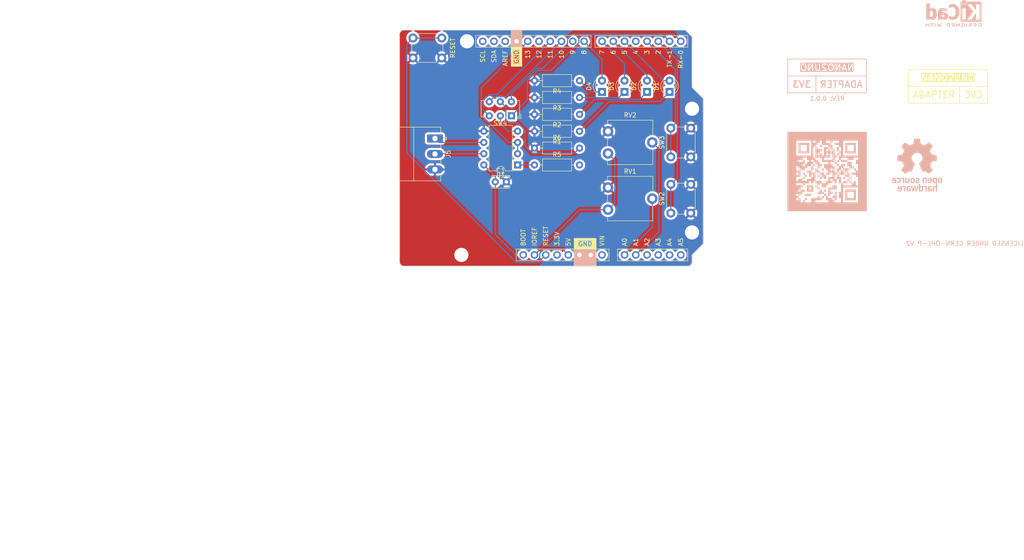
<source format=kicad_pcb>
(kicad_pcb (version 20221018) (generator pcbnew)
  (title_block (title "Nano2UNO Adapter 3V3") (date "2023-12-05") (rev "0.0.1") (company "Designer: C. M. Bulliner") (comment 2 "OF MERCHANTABILITY, SATISFACTORY QUALITY AND FITNESS FOR A PARTICULAR PURPOSE.") (comment 3 "This document is distributed WITHOUT ANY EXPRESS OR IMPLIED WARRANTY, INCLUDING") (comment 4 "© 2023 C. M. Bulliner. Released under the CERN-OHL-P v2 license."))
  (layers (0 "F.Cu" signal) (31 "B.Cu" signal) (34 "B.Paste" user) (35 "F.Paste" user) (36 "B.SilkS" user "B.Silkscreen") (37 "F.SilkS" user "F.Silkscreen") (38 "B.Mask" user) (39 "F.Mask" user) (44 "Edge.Cuts" user))
  (net 0 "")
  (net 1 "GND")
  (net 2 "/*5")
  (net 3 "+5V")
  (net 4 "Net-(D2-K)")
  (net 5 "/A0")
  (net 6 "/A1")
  (net 7 "/*6")
  (net 8 "Net-(D3-K)")
  (net 9 "/7")
  (net 10 "Net-(D4-K)")
  (net 11 "/8")
  (net 13 "/*3")
  (net 14 "/2")
  (net 15 "/TX{slash}1")
  (net 16 "/RX{slash}0")
  (net 20 "/13")
  (net 22 "/*11")
  (net 23 "Net-(D1-K)")
  (net 24 "/*10")
  (net 28 "/IOREF")
  (net 34 "Net-(J5-Pin_1)")
  (net 35 "Net-(J5-Pin_2)")
  (net 36 "Net-(J3-RESET)")
  (net 37 "Net-(SW4A-B)")
  (net 38 "Net-(SW4B-B)")
  (net 39 "Net-(U1-RO)")
  (footprint "Project_Footprints:PinSocket_1x08_P2.54mm_Vertical_UNO_Power" (layer "F.Cu") (at 133.35 132.08 90)
    (fp_text reference "J3" hide)
    (fp_text value "Conn_01x08_UNO_Power" hide)
    (fp_text user "VIN" (at 1.905 17.78 90 unlocked) (layer "F.SilkS") (effects (justify left)))
    (fp_text user "GND" (at 1.905 13.97 unlocked) (layer "F.SilkS" knockout) (effects (justify bottom)))
    (fp_text user "IOREF" (at 1.905 2.54 90 unlocked) (layer "F.SilkS") (effects (justify left)))
    (fp_text user "RESET" (at 1.905 5.08 90 unlocked) (layer "F.SilkS") (effects (justify left)))
    (fp_text user "3.3V" (at 1.905 7.62 90 unlocked) (layer "F.SilkS") (effects (justify left)))
    (fp_text user "BOOT" (at 1.905 0 90 unlocked) (layer "F.SilkS") (effects (justify left)))
    (fp_text user "5V" (at 1.905 10.16 90 unlocked) (layer "F.SilkS") (effects (justify left)))
    (pad "1" thru_hole circle locked (at 0 0 90) (size 1.7 1.7) (drill 1) (layers "*.Cu" "*.Mask"))
    (pad "2" thru_hole circle locked (at 0 2.54 90) (size 1.7 1.7) (drill 1) (layers "*.Cu" "*.Mask") (net 28 "/IOREF"))
    (pad "3" thru_hole circle locked (at 0 5.08 90) (size 1.7 1.7) (drill 1) (layers "*.Cu" "*.Mask") (net 36 "Net-(J3-RESET)"))
    (pad "4" thru_hole circle locked (at 0 7.62 90) (size 1.7 1.7) (drill 1) (layers "*.Cu" "*.Mask"))
    (pad "5" thru_hole circle locked (at 0 10.16 90) (size 1.7 1.7) (drill 1) (layers "*.Cu" "*.Mask") (net 3 "+5V"))
    (pad "6" thru_hole circle locked (at 0 12.7 90) (size 1.7 1.7) (drill 1) (layers "*.Cu" "*.Mask") (net 1 "GND"))
    (pad "7" thru_hole circle locked (at 0 15.24 90) (size 1.7 1.7) (drill 1) (layers "*.Cu" "*.Mask") (net 1 "GND"))
    (pad "8" thru_hole circle locked (at 0 17.78 90) (size 1.7 1.7) (drill 1) (layers "*.Cu" "*.Mask"))
  )
  (footprint "Project_Footprints:PinSocket_1x06_P2.54mm_Vertical_UNO_Analog" (layer "F.Cu") (at 156.21 132.08 90)
    (fp_text reference "J4" hide)
    (fp_text value "Conn_01x06_UNO_Analog" hide)
    (fp_text user "A2" (at 1.905 5.08 90 unlocked) (layer "F.SilkS") (effects (justify left)))
    (fp_text user "A3" (at 1.905 7.62 90 unlocked) (layer "F.SilkS") (effects (justify left)))
    (fp_text user "A5" (at 1.905 12.7 90 unlocked) (layer "F.SilkS") (effects (justify left)))
    (fp_text user "A0" (at 1.905 0 90 unlocked) (layer "F.SilkS") (effects (justify left)))
    (fp_text user "A1" (at 1.905 2.54 90 unlocked) (layer "F.SilkS") (effects (justify left)))
    (fp_text user "A4" (at 1.905 10.16 90 unlocked) (layer "F.SilkS") (effects (justify left)))
    (pad "1" thru_hole circle locked (at 0 0 90) (size 1.7 1.7) (drill 1) (layers "*.Cu" "*.Mask") (net 5 "/A0"))
    (pad "2" thru_hole circle locked (at 0 2.54 90) (size 1.7 1.7) (drill 1) (layers "*.Cu" "*.Mask") (net 6 "/A1"))
    (pad "3" thru_hole circle locked (at 0 5.08 90) (size 1.7 1.7) (drill 1) (layers "*.Cu" "*.Mask"))
    (pad "4" thru_hole circle locked (at 0 7.62 90) (size 1.7 1.7) (drill 1) (layers "*.Cu" "*.Mask"))
    (pad "5" thru_hole circle locked (at 0 10.16 90) (size 1.7 1.7) (drill 1) (layers "*.Cu" "*.Mask"))
    (pad "6" thru_hole circle locked (at 0 12.7 90) (size 1.7 1.7) (drill 1) (layers "*.Cu" "*.Mask"))
  )
  (footprint "Project_Footprints:PinSocket_1x10_P2.54mm_Vertical_UNO_Digital_2" (layer "F.Cu") (at 147.066 83.82 -90)
    (fp_text reference "J2" hide)
    (fp_text value "Conn_01x10_UNO_Digital_2" hide)
    (fp_text user "SCL" (at 1.905 22.86 90 unlocked) (layer "F.SilkS") (effects (justify right)))
    (fp_text user "12" (at 1.905 10.16 90 unlocked) (layer "F.SilkS") (effects (justify right)))
    (fp_text user "10" (at 1.905 5.08 90 unlocked) (layer "F.SilkS") (effects (justify right)))
    (fp_text user "11" (at 1.905 7.62 90 unlocked) (layer "F.SilkS") (effects (justify right)))
    (fp_text user "8" (at 1.905 0 90 unlocked) (layer "F.SilkS") (effects (justify right)))
    (fp_text user "SDA" (at 1.905 20.32 90 unlocked) (layer "F.SilkS") (effects (justify right)))
    (fp_text user "13" (at 1.905 12.7 90 unlocked) (layer "F.SilkS") (effects (justify right)))
    (fp_text user "AREF" (at 1.905 17.78 90 unlocked) (layer "F.SilkS") (effects (justify right)))
    (fp_text user "9" (at 1.905 2.54 90 unlocked) (layer "F.SilkS") (effects (justify right)))
    (fp_text user "GND" (at 1.905 15.24 90 unlocked) (layer "F.SilkS" knockout) (effects (justify right)))
    (pad "1" thru_hole circle locked (at 0 0 270) (size 1.7 1.7) (drill 1) (layers "*.Cu" "*.Mask") (net 11 "/8"))
    (pad "2" thru_hole circle locked (at 0 2.54 270) (size 1.7 1.7) (drill 1) (layers "*.Cu" "*.Mask"))
    (pad "3" thru_hole circle locked (at 0 5.08 270) (size 1.7 1.7) (drill 1) (layers "*.Cu" "*.Mask") (net 24 "/*10"))
    (pad "4" thru_hole circle locked (at 0 7.62 270) (size 1.7 1.7) (drill 1) (layers "*.Cu" "*.Mask") (net 22 "/*11"))
    (pad "5" thru_hole circle locked (at 0 10.16 270) (size 1.7 1.7) (drill 1) (layers "*.Cu" "*.Mask"))
    (pad "6" thru_hole circle locked (at 0 12.7 270) (size 1.7 1.7) (drill 1) (layers "*.Cu" "*.Mask") (net 20 "/13"))
    (pad "7" thru_hole circle locked (at 0 15.24 270) (size 1.7 1.7) (drill 1) (layers "*.Cu" "*.Mask") (net 1 "GND"))
    (pad "8" thru_hole circle locked (at 0 17.78 270) (size 1.7 1.7) (drill 1) (layers "*.Cu" "*.Mask"))
    (pad "9" thru_hole circle locked (at 0 20.32 270) (size 1.7 1.7) (drill 1) (layers "*.Cu" "*.Mask"))
    (pad "10" thru_hole circle locked (at 0 22.86 270) (size 1.7 1.7) (drill 1) (layers "*.Cu" "*.Mask"))
  )
  (footprint "Project_Footprints:PinSocket_1x08_P2.54mm_Vertical_UNO_Digital_1" (layer "F.Cu") (at 168.91 83.82 -90)
    (fp_text reference "J1" hide)
    (fp_text value "Conn_01x08_UNO_Digital_1" hide)
    (fp_text user "7" (at 1.905 17.78 90 unlocked) (layer "F.SilkS") (effects (justify right)))
    (fp_text user "TX→1" (at 1.905 2.54 90 unlocked) (layer "F.SilkS") (effects (justify right)))
    (fp_text user "4" (at 1.905 10.16 90 unlocked) (layer "F.SilkS") (effects (justify right)))
    (fp_text user "2" (at 1.905 5.08 90 unlocked) (layer "F.SilkS") (effects (justify right)))
    (fp_text user "3" (at 1.905 7.62 90 unlocked) (layer "F.SilkS") (effects (justify right)))
    (fp_text user "5" (at 1.905 12.7 90 unlocked) (layer "F.SilkS") (effects (justify right)))
    (fp_text user "RX←0" (at 1.905 0 90 unlocked) (layer "F.SilkS") (effects (justify right)))
    (fp_text user "6" (at 1.905 15.24 90 unlocked) (layer "F.SilkS") (effects (justify right)))
    (pad "1" thru_hole circle locked (at 0 0 270) (size 1.7 1.7) (drill 1) (layers "*.Cu" "*.Mask") (net 16 "/RX{slash}0"))
    (pad "2" thru_hole circle locked (at 0 2.54 270) (size 1.7 1.7) (drill 1) (layers "*.Cu" "*.Mask") (net 15 "/TX{slash}1"))
    (pad "3" thru_hole circle locked (at 0 5.08 270) (size 1.7 1.7) (drill 1) (layers "*.Cu" "*.Mask") (net 14 "/2"))
    (pad "4" thru_hole circle locked (at 0 7.62 270) (size 1.7 1.7) (drill 1) (layers "*.Cu" "*.Mask") (net 13 "/*3"))
    (pad "5" thru_hole circle locked (at 0 10.16 270) (size 1.7 1.7) (drill 1) (layers "*.Cu" "*.Mask"))
    (pad "6" thru_hole circle locked (at 0 12.7 270) (size 1.7 1.7) (drill 1) (layers "*.Cu" "*.Mask") (net 2 "/*5"))
    (pad "7" thru_hole circle locked (at 0 15.24 270) (size 1.7 1.7) (drill 1) (layers "*.Cu" "*.Mask") (net 7 "/*6"))
    (pad "8" thru_hole circle locked (at 0 17.78 270) (size 1.7 1.7) (drill 1) (layers "*.Cu" "*.Mask") (net 9 "/7"))
  )
  (footprint "Button_Switch_THT:SW_PUSH_6mm" (layer "F.Cu") (at 166.66 122.63 90)
    (fp_text reference "SW2" (at 3.25 -2 90) (layer "F.SilkS"))
    (fp_text value "SW_Push")
    (pad "1" thru_hole circle (at 0 0 180) (size 2 2) (drill 1.1) (layers "*.Cu" "*.Mask") (net 14 "/2"))
    (pad "1" thru_hole circle (at 6.5 0 180) (size 2 2) (drill 1.1) (layers "*.Cu" "*.Mask") (net 14 "/2"))
    (pad "2" thru_hole circle (at 0 4.5 180) (size 2 2) (drill 1.1) (layers "*.Cu" "*.Mask") (net 1 "GND"))
    (pad "2" thru_hole circle (at 6.5 4.5 180) (size 2 2) (drill 1.1) (layers "*.Cu" "*.Mask") (net 1 "GND"))
  )
  (footprint "Button_Switch_THT:SW_PUSH_6mm" (layer "F.Cu") (at 166.66 109.93 90)
    (fp_text reference "SW3" (at 3.25 -2 90) (layer "F.SilkS"))
    (fp_text value "SW_Push")
    (pad "1" thru_hole circle (at 0 0 180) (size 2 2) (drill 1.1) (layers "*.Cu" "*.Mask") (net 13 "/*3"))
    (pad "1" thru_hole circle (at 6.5 0 180) (size 2 2) (drill 1.1) (layers "*.Cu" "*.Mask") (net 13 "/*3"))
    (pad "2" thru_hole circle (at 0 4.5 180) (size 2 2) (drill 1.1) (layers "*.Cu" "*.Mask") (net 1 "GND"))
    (pad "2" thru_hole circle (at 6.5 4.5 180) (size 2 2) (drill 1.1) (layers "*.Cu" "*.Mask") (net 1 "GND"))
  )
  (footprint "Capacitor_THT:C_Disc_D3.8mm_W2.6mm_P2.50mm" (layer "F.Cu") (at 127.04 115.57)
    (fp_text reference "C1" (at 1.25 -2.55) (layer "F.SilkS"))
    (fp_text value "0.1uF")
    (pad "1" thru_hole circle (at 0 0) (size 1.6 1.6) (drill 0.8) (layers "*.Cu" "*.Mask") (net 3 "+5V"))
    (pad "2" thru_hole circle (at 2.5 0) (size 1.6 1.6) (drill 0.8) (layers "*.Cu" "*.Mask") (net 1 "GND"))
  )
  (footprint "Resistor_THT:R_Axial_DIN0207_L6.3mm_D2.5mm_P10.16mm_Horizontal" (layer "F.Cu") (at 146.05 100.33 180)
    (fp_text reference "R2" (at 5.08 -2.37) (layer "F.SilkS"))
    (fp_text value "330")
    (pad "1" thru_hole circle (at 0 0 180) (size 1.6 1.6) (drill 0.8) (layers "*.Cu" "*.Mask") (net 4 "Net-(D2-K)"))
    (pad "2" thru_hole oval (at 10.16 0 180) (size 1.6 1.6) (drill 0.8) (layers "*.Cu" "*.Mask") (net 1 "GND"))
  )
  (footprint "Package_DIP:DIP-8_W7.62mm" (layer "F.Cu") (at 132.07 111.75 180)
    (fp_text reference "U1" (at 3.81 -2.33) (layer "F.SilkS"))
    (fp_text value "LT1785AxN8")
    (pad "1" thru_hole rect (at 0 0 180) (size 1.6 1.6) (drill 0.8) (layers "*.Cu" "*.Mask") (net 39 "Net-(U1-RO)"))
    (pad "2" thru_hole oval (at 0 2.54 180) (size 1.6 1.6) (drill 0.8) (layers "*.Cu" "*.Mask") (net 20 "/13"))
    (pad "3" thru_hole oval (at 0 5.08 180) (size 1.6 1.6) (drill 0.8) (layers "*.Cu" "*.Mask") (net 20 "/13"))
    (pad "4" thru_hole oval (at 0 7.62 180) (size 1.6 1.6) (drill 0.8) (layers "*.Cu" "*.Mask") (net 37 "Net-(SW4A-B)"))
    (pad "5" thru_hole oval (at 7.62 7.62 180) (size 1.6 1.6) (drill 0.8) (layers "*.Cu" "*.Mask") (net 1 "GND"))
    (pad "6" thru_hole oval (at 7.62 5.08 180) (size 1.6 1.6) (drill 0.8) (layers "*.Cu" "*.Mask") (net 34 "Net-(J5-Pin_1)"))
    (pad "7" thru_hole oval (at 7.62 2.54 180) (size 1.6 1.6) (drill 0.8) (layers "*.Cu" "*.Mask") (net 35 "Net-(J5-Pin_2)"))
    (pad "8" thru_hole oval (at 7.62 0 180) (size 1.6 1.6) (drill 0.8) (layers "*.Cu" "*.Mask") (net 3 "+5V"))
  )
  (footprint "Connector_Phoenix_MC:PhoenixContact_MC_1,5_3-G-3.5_1x03_P3.50mm_Horizontal" (layer "F.Cu") (at 113.4225 105.775 -90)
    (fp_text reference "J5" (at 3.5 -3 90) (layer "F.SilkS"))
    (fp_text value "Screw_Terminal_01x03")
    (pad "1" thru_hole roundrect (at 0 0 270) (size 1.8 3.6) (drill 1.2) (layers "*.Cu" "*.Mask") (roundrect_rratio 0.138889) (net 34 "Net-(J5-Pin_1)"))
    (pad "2" thru_hole oval (at 3.5 0 270) (size 1.8 3.6) (drill 1.2) (layers "*.Cu" "*.Mask") (net 35 "Net-(J5-Pin_2)"))
    (pad "3" thru_hole oval (at 7 0 270) (size 1.8 3.6) (drill 1.2) (layers "*.Cu" "*.Mask") (net 1 "GND"))
  )
  (footprint "Resistor_THT:R_Axial_DIN0207_L6.3mm_D2.5mm_P10.16mm_Horizontal" (layer "F.Cu") (at 146.05 96.52 180)
    (fp_text reference "R3" (at 5.08 -2.37) (layer "F.SilkS"))
    (fp_text value "330")
    (pad "1" thru_hole circle (at 0 0 180) (size 1.6 1.6) (drill 0.8) (layers "*.Cu" "*.Mask") (net 8 "Net-(D3-K)"))
    (pad "2" thru_hole oval (at 10.16 0 180) (size 1.6 1.6) (drill 0.8) (layers "*.Cu" "*.Mask") (net 1 "GND"))
  )
  (footprint "Resistor_THT:R_Axial_DIN0207_L6.3mm_D2.5mm_P10.16mm_Horizontal" (layer "F.Cu") (at 146.05 104.14 180)
    (fp_text reference "R1" (at 5.08 -2.37) (layer "F.SilkS"))
    (fp_text value "330")
    (pad "1" thru_hole circle (at 0 0 180) (size 1.6 1.6) (drill 0.8) (layers "*.Cu" "*.Mask") (net 23 "Net-(D1-K)"))
    (pad "2" thru_hole oval (at 10.16 0 180) (size 1.6 1.6) (drill 0.8) (layers "*.Cu" "*.Mask") (net 1 "GND"))
  )
  (footprint "LED_THT:LED_D3.0mm" (layer "F.Cu") (at 156.21 95.25 90)
    (fp_text reference "D3" (at 1.27 -2.96 90) (layer "F.SilkS"))
    (fp_text value "YEL")
    (pad "1" thru_hole rect (at 0 0 90) (size 1.8 1.8) (drill 0.9) (layers "*.Cu" "*.Mask") (net 8 "Net-(D3-K)"))
    (pad "2" thru_hole circle (at 2.54 0 90) (size 1.8 1.8) (drill 0.9) (layers "*.Cu" "*.Mask") (net 9 "/7"))
  )
  (footprint "Project_Footprints:MountingHole_3.2mm" (layer "F.Cu") (at 120.65 83.82)
    (fp_text reference "MH1" hide)
    (fp_text value "MountingHole_3.2mm" hide)
    (pad "" np_thru_hole circle locked (at 0 0) (size 3.2 3.2) (drill 3.2) (layers "*.Cu" "*.Mask"))
  )
  (footprint "Potentiometer_THT:Potentiometer_ACP_CA9-V10_Vertical" (layer "F.Cu") (at 152.48 121.855)
    (fp_text reference "RV1" (at 5 -8.65) (layer "F.SilkS"))
    (fp_text value "10K")
    (pad "1" thru_hole circle (at 0 0) (size 2.34 2.34) (drill 1.3) (layers "*.Cu" "*.Mask") (net 28 "/IOREF"))
    (pad "2" thru_hole circle (at 10 -2.5) (size 2.34 2.34) (drill 1.3) (layers "*.Cu" "*.Mask") (net 5 "/A0"))
    (pad "3" thru_hole circle (at 0 -5) (size 2.34 2.34) (drill 1.3) (layers "*.Cu" "*.Mask") (net 1 "GND"))
  )
  (footprint "LED_THT:LED_D3.0mm" (layer "F.Cu") (at 161.29 95.25 90)
    (fp_text reference "D2" (at 1.27 -2.96 90) (layer "F.SilkS"))
    (fp_text value "YEL")
    (pad "1" thru_hole rect (at 0 0 90) (size 1.8 1.8) (drill 0.9) (layers "*.Cu" "*.Mask") (net 4 "Net-(D2-K)"))
    (pad "2" thru_hole circle (at 2.54 0 90) (size 1.8 1.8) (drill 0.9) (layers "*.Cu" "*.Mask") (net 7 "/*6"))
  )
  (footprint "Resistor_THT:R_Axial_DIN0207_L6.3mm_D2.5mm_P10.16mm_Horizontal" (layer "F.Cu") (at 146.05 92.71 180)
    (fp_text reference "R4" (at 5.08 -2.37) (layer "F.SilkS"))
    (fp_text value "330")
    (pad "1" thru_hole circle (at 0 0 180) (size 1.6 1.6) (drill 0.8) (layers "*.Cu" "*.Mask") (net 10 "Net-(D4-K)"))
    (pad "2" thru_hole oval (at 10.16 0 180) (size 1.6 1.6) (drill 0.8) (layers "*.Cu" "*.Mask") (net 1 "GND"))
  )
  (footprint "Potentiometer_THT:Potentiometer_ACP_CA9-V10_Vertical" (layer "F.Cu") (at 152.48 109.155)
    (fp_text reference "RV2" (at 5 -8.65) (layer "F.SilkS"))
    (fp_text value "10K")
    (pad "1" thru_hole circle (at 0 0) (size 2.34 2.34) (drill 1.3) (layers "*.Cu" "*.Mask") (net 28 "/IOREF"))
    (pad "2" thru_hole circle (at 10 -2.5) (size 2.34 2.34) (drill 1.3) (layers "*.Cu" "*.Mask") (net 6 "/A1"))
    (pad "3" thru_hole circle (at 0 -5) (size 2.34 2.34) (drill 1.3) (layers "*.Cu" "*.Mask") (net 1 "GND"))
  )
  (footprint "Resistor_THT:R_Axial_DIN0207_L6.3mm_D2.5mm_P10.16mm_Horizontal" (layer "F.Cu") (at 135.89 107.95)
    (fp_text reference "R6" (at 5.08 -2.37) (layer "F.SilkS"))
    (fp_text value "2K")
    (pad "1" thru_hole circle (at 0 0) (size 1.6 1.6) (drill 0.8) (layers "*.Cu" "*.Mask") (net 1 "GND"))
    (pad "2" thru_hole oval (at 10.16 0) (size 1.6 1.6) (drill 0.8) (layers "*.Cu" "*.Mask") (net 38 "Net-(SW4B-B)"))
  )
  (footprint "LED_THT:LED_D3.0mm" (layer "F.Cu") (at 151.13 95.25 90)
    (fp_text reference "D4" (at 1.27 -2.96 90) (layer "F.SilkS"))
    (fp_text value "YEL")
    (pad "1" thru_hole rect (at 0 0 90) (size 1.8 1.8) (drill 0.9) (layers "*.Cu" "*.Mask") (net 10 "Net-(D4-K)"))
    (pad "2" thru_hole circle (at 2.54 0 90) (size 1.8 1.8) (drill 0.9) (layers "*.Cu" "*.Mask") (net 11 "/8"))
  )
  (footprint "Resistor_THT:R_Axial_DIN0207_L6.3mm_D2.5mm_P10.16mm_Horizontal" (layer "F.Cu") (at 135.89 111.76)
    (fp_text reference "R5" (at 5.08 -2.37) (layer "F.SilkS"))
    (fp_text value "1K")
    (pad "1" thru_hole circle (at 0 0) (size 1.6 1.6) (drill 0.8) (layers "*.Cu" "*.Mask") (net 39 "Net-(U1-RO)"))
    (pad "2" thru_hole oval (at 10.16 0) (size 1.6 1.6) (drill 0.8) (layers "*.Cu" "*.Mask") (net 38 "Net-(SW4B-B)"))
  )
  (footprint "Project_Footprints:SW_PUSH_6mm_Reset" (layer "F.Cu") (at 111.71 85.32)
    (fp_text reference "SW1" hide)
    (fp_text value "SW_Push" hide)
    (fp_text user "RESET" (at 5.715 0 90 unlocked) (layer "F.SilkS"))
    (pad "1" thru_hole circle locked (at -3.25 -2.25 90) (size 2 2) (drill 1.1) (layers "*.Cu" "*.Mask") (net 36 "Net-(J3-RESET)"))
    (pad "1" thru_hole circle locked (at 3.25 -2.25 90) (size 2 2) (drill 1.1) (layers "*.Cu" "*.Mask") (net 36 "Net-(J3-RESET)"))
    (pad "2" thru_hole circle locked (at -3.25 2.25 90) (size 2 2) (drill 1.1) (layers "*.Cu" "*.Mask") (net 1 "GND"))
    (pad "2" thru_hole circle locked (at 3.25 2.25 90) (size 2 2) (drill 1.1) (layers "*.Cu" "*.Mask") (net 1 "GND"))
  )
  (footprint "LED_THT:LED_D3.0mm" (layer "F.Cu") (at 166.37 95.25 90)
    (fp_text reference "D1" (at 1.27 -2.96 90) (layer "F.SilkS"))
    (fp_text value "YEL")
    (pad "1" thru_hole rect (at 0 0 90) (size 1.8 1.8) (drill 0.9) (layers "*.Cu" "*.Mask") (net 23 "Net-(D1-K)"))
    (pad "2" thru_hole circle (at 2.54 0 90) (size 1.8 1.8) (drill 0.9) (layers "*.Cu" "*.Mask") (net 2 "/*5"))
  )
  (footprint "Project_Footprints:MountingHole_3.2mm" (layer "F.Cu") (at 119.38 132.08)
    (fp_text reference "MH2" hide)
    (fp_text value "MountingHole_3.2mm" hide)
    (pad "" np_thru_hole circle locked (at 0 0) (size 3.2 3.2) (drill 3.2) (layers "*.Cu" "*.Mask"))
  )
  (footprint "Project_Footprints:MountingHole_3.2mm" (layer "F.Cu") (at 171.45 99.06)
    (fp_text reference "MH3" hide)
    (fp_text value "MountingHole_3.2mm" hide)
    (pad "" np_thru_hole circle locked (at 0 0) (size 3.2 3.2) (drill 3.2) (layers "*.Cu" "*.Mask"))
  )
  (footprint "Project_Footprints:MountingHole_3.2mm" (layer "F.Cu") (at 171.45 127)
    (fp_text reference "MH4" hide)
    (fp_text value "MountingHole_3.2mm" hide)
    (pad "" np_thru_hole circle locked (at 0 0) (size 3.2 3.2) (drill 3.2) (layers "*.Cu" "*.Mask"))
  )
  (footprint "Button_Switch_THT:SW_E-Switch_EG1271_SPDT" (layer "F.Cu") (at 130.6775 100.66 180)
    (fp_text reference "SW4" (at 2.5 -1.65) (layer "F.SilkS"))
    (fp_text value "SW_DPDT_x2")
    (pad "1" thru_hole rect (at 0 0 180) (size 1.6 1.6) (drill 0.8) (layers "*.Cu" "*.Mask") (net 15 "/TX{slash}1"))
    (pad "2" thru_hole circle (at 2.5 0 180) (size 1.6 1.6) (drill 0.8) (layers "*.Cu" "*.Mask") (net 37 "Net-(SW4A-B)"))
    (pad "3" thru_hole circle (at 5 0 180) (size 1.6 1.6) (drill 0.8) (layers "*.Cu" "*.Mask") (net 22 "/*11"))
    (pad "4" thru_hole circle (at 0 3.2 180) (size 1.6 1.6) (drill 0.8) (layers "*.Cu" "*.Mask") (net 16 "/RX{slash}0"))
    (pad "5" thru_hole circle (at 2.5 3.2 180) (size 1.6 1.6) (drill 0.8) (layers "*.Cu" "*.Mask") (net 38 "Net-(SW4B-B)"))
    (pad "6" thru_hole circle (at 5 3.2 180) (size 1.6 1.6) (drill 0.8) (layers "*.Cu" "*.Mask") (net 24 "/*10"))
  )
  (footprint "Symbol:OSHW-Logo_11.4x12mm_SilkScreen" (layer "B.Cu") (at 222.25 111.76 180)
    (fp_text reference "REF**" hide)
    (fp_text value "OSHW-Logo_11.4x12mm_SilkScreen" hide)
  )
  (footprint "Symbol:KiCad-Logo2_5mm_SilkScreen" (layer "B.Cu") (at 230.505 77.47 180)
    (fp_text reference "REF**" hide)
    (fp_text value "KiCad-Logo2_5mm_SilkScreen" hide)
  )
  (gr_poly (pts (xy 206.031973 109.151581) (xy 208.434409 109.151581) (xy 208.434409 107.229219) (xy 207.954335 107.229219) (xy 207.954335 108.670991) (xy 206.512563 108.670991) (xy 206.512563 107.229219) (xy 207.954335 107.229219) (xy 208.434409 107.229219) (xy 208.434409 106.749145) (xy 206.031973 106.749145)) (fill solid) (layer "B.SilkS"))
  (gr_poly (pts (xy 200.745991 112.99579) (xy 201.226582 112.99579) (xy 201.226582 112.515199) (xy 200.745991 112.515199)) (fill solid) (layer "B.SilkS"))
  (gr_poly (pts (xy 196.901783 119.723544) (xy 197.382373 119.723544) (xy 197.382373 119.242953) (xy 196.901783 119.242953)) (fill solid) (layer "B.SilkS"))
  (gr_poly (pts (xy 203.629019 111.554535) (xy 204.10961 111.554535) (xy 204.10961 111.073944) (xy 203.629019 111.073944)) (fill solid) (layer "B.SilkS"))
  (gr_poly (pts (xy 193.057574 122.12598) (xy 210.837363 122.12598) (xy 210.837363 116.84) (xy 208.915 116.84) (xy 208.915 120.204135) (xy 205.551382 120.204135) (xy 205.070791 120.204135) (xy 203.629019 120.204135) (xy 203.629019 119.723544) (xy 203.148945 119.723544) (xy 203.148945 119.242953) (xy 202.187764 119.242953) (xy 202.187764 118.762362) (xy 201.707173 118.762362) (xy 201.707173 119.723544) (xy 202.187764 119.723544) (xy 202.187764 120.204135) (xy 199.304219 120.204135) (xy 199.304219 119.723544) (xy 200.745991 119.723544) (xy 200.745991 119.242953) (xy 200.2654 119.242953) (xy 200.2654 118.762362) (xy 199.78481 118.762362) (xy 199.78481 119.242953) (xy 198.343554 119.242953) (xy 198.343554 120.204135) (xy 196.901783 120.204135) (xy 196.901783 119.723544) (xy 196.421192 119.723544) (xy 196.421192 120.204135) (xy 195.940601 120.204135) (xy 195.940601 119.242953) (xy 195.46001 119.242953) (xy 195.46001 119.723544) (xy 194.979419 119.723544) (xy 194.979419 119.242953) (xy 195.46001 119.242953) (xy 195.46001 118.762362) (xy 195.940601 118.762362) (xy 195.940601 118.281771) (xy 195.46001 118.281771) (xy 195.46001 118.762362) (xy 194.979419 118.762362) (xy 194.979419 118.281771) (xy 195.46001 118.281771) (xy 195.940601 118.281771) (xy 196.421192 118.281771) (xy 196.421192 117.801181) (xy 196.901783 117.801181) (xy 196.901783 117.320592) (xy 195.940601 117.320592) (xy 195.940601 117.801181) (xy 195.46001 117.801181) (xy 195.46001 117.320592) (xy 195.940601 117.320592) (xy 195.940601 116.84) (xy 196.421192 116.84) (xy 196.421192 116.359926) (xy 196.901783 116.359926) (xy 196.901783 115.879335) (xy 196.421192 115.879335) (xy 196.421192 116.359926) (xy 194.979419 116.359926) (xy 194.979419 115.879335) (xy 196.421192 115.879335) (xy 196.901783 115.879335) (xy 197.862962 115.879335) (xy 197.862962 115.398744) (xy 198.343554 115.398744) (xy 198.343554 115.879335) (xy 198.823628 115.879335) (xy 198.823628 115.398744) (xy 199.304219 115.398744) (xy 199.304219 113.956972) (xy 198.823628 113.956972) (xy 198.823628 114.437563) (xy 198.343554 114.437563) (xy 198.343554 113.956972) (xy 198.823628 113.956972) (xy 199.304219 113.956972) (xy 199.304219 113.476381) (xy 198.343554 113.476381) (xy 198.343554 112.99579) (xy 197.382373 112.99579) (xy 197.382373 113.476381) (xy 197.862962 113.476381) (xy 197.862962 114.437563) (xy 198.343554 114.437563) (xy 198.343554 114.918154) (xy 197.382373 114.918154) (xy 197.382373 115.398744) (xy 196.421192 115.398744) (xy 196.421192 114.918154) (xy 195.46001 114.918154) (xy 195.46001 115.398744) (xy 194.979419 115.398744) (xy 194.979419 114.437563) (xy 195.940601 114.437563) (xy 195.940601 113.476381) (xy 195.46001 113.476381) (xy 195.46001 113.956972) (xy 194.979419 113.956972) (xy 194.979419 113.476381) (xy 195.46001 113.476381) (xy 195.940601 113.476381) (xy 195.940601 112.99579) (xy 194.979419 112.99579) (xy 194.979419 112.034609) (xy 195.46001 112.034609) (xy 195.46001 112.515199) (xy 195.940601 112.515199) (xy 195.940601 112.99579) (xy 196.901783 112.99579) (xy 196.901783 112.515199) (xy 197.382373 112.515199) (xy 197.382373 112.034609) (xy 198.343554 112.034609) (xy 198.343554 112.99579) (xy 198.823628 112.99579) (xy 198.823628 112.034609) (xy 199.304219 112.034609) (xy 199.304219 111.554535) (xy 199.78481 111.554535) (xy 199.78481 112.515199) (xy 200.2654 112.515199) (xy 200.2654 112.034609) (xy 200.745991 112.034609) (xy 200.745991 111.554535) (xy 200.2654 111.554535) (xy 200.2654 111.073944) (xy 199.78481 111.073944) (xy 199.304219 111.073944) (xy 199.304219 111.554535) (xy 198.823628 111.554535) (xy 198.823628 112.034609) (xy 198.343554 112.034609) (xy 198.343554 111.554535) (xy 198.823628 111.554535) (xy 198.823628 111.073944) (xy 199.304219 111.073944) (xy 199.78481 111.073944) (xy 199.78481 110.593354) (xy 199.304219 110.593354) (xy 198.823628 110.593354) (xy 198.823628 111.073944) (xy 198.343554 111.073944) (xy 197.862962 111.073944) (xy 197.382373 111.073944) (xy 197.382373 111.554535) (xy 196.901783 111.554535) (xy 196.901783 112.034609) (xy 196.421192 112.034609) (xy 196.421192 111.554535) (xy 196.901783 111.554535) (xy 196.901783 110.593354) (xy 196.421192 110.593354) (xy 196.421192 111.073944) (xy 195.46001 111.073944) (xy 195.46001 110.593354) (xy 196.421192 110.593354) (xy 196.421192 110.112763) (xy 197.382373 110.112763) (xy 197.382373 110.593354) (xy 197.862962 110.593354) (xy 197.862962 111.073944) (xy 198.343554 111.073944) (xy 198.343554 110.593354) (xy 198.823628 110.593354) (xy 199.304219 110.593354) (xy 199.304219 110.112763) (xy 200.745991 110.112763) (xy 200.745991 111.073944) (xy 202.187764 111.073944) (xy 202.187764 111.554535) (xy 201.226582 111.554535) (xy 201.226582 112.515199) (xy 201.707173 112.515199) (xy 201.707173 112.99579) (xy 202.187764 112.99579) (xy 202.187764 113.476381) (xy 201.707173 113.476381) (xy 201.707173 113.956972) (xy 202.668355 113.956972) (xy 202.668355 113.476381) (xy 203.148945 113.476381) (xy 203.148945 114.437563) (xy 202.187764 114.437563) (xy 202.187764 115.398744) (xy 201.707173 115.398744) (xy 201.707173 115.879335) (xy 200.745991 115.879335) (xy 200.745991 115.398744) (xy 199.304219 115.398744) (xy 199.304219 115.879335) (xy 199.78481 115.879335) (xy 199.78481 116.359926) (xy 200.2654 116.359926) (xy 200.2654 115.879335) (xy 200.745991 115.879335) (xy 200.745991 116.84) (xy 201.707173 116.84) (xy 201.707173 116.359926) (xy 202.187764 116.359926) (xy 202.187764 115.879335) (xy 203.148945 115.879335) (xy 203.148945 115.398744) (xy 203.629019 115.398744) (xy 203.629019 115.879335) (xy 204.10961 115.879335) (xy 204.10961 114.918154) (xy 204.5902 114.918154) (xy 204.5902 115.879335) (xy 205.070791 115.879335) (xy 205.070791 117.801181) (xy 204.5902 117.801181) (xy 204.5902 119.242953) (xy 205.070791 119.242953) (xy 205.070791 120.204135) (xy 205.551382 120.204135) (xy 205.551382 116.84) (xy 208.915 116.84) (xy 210.837363 116.84) (xy 210.837363 116.359926) (xy 208.915 116.359926) (xy 208.434409 116.359926) (xy 208.434409 115.398744) (xy 207.954335 115.398744) (xy 207.954335 115.879335) (xy 207.473745 115.879335) (xy 207.473745 116.359926) (xy 205.551382 116.359926) (xy 205.551382 115.879335) (xy 205.070791 115.879335) (xy 205.070791 114.437563) (xy 204.5902 114.437563) (xy 204.5902 113.956972) (xy 204.10961 113.956972) (xy 204.10961 114.918154) (xy 203.629019 114.918154) (xy 203.148945 114.918154) (xy 203.148945 115.398744) (xy 202.668355 115.398744) (xy 202.668355 114.918154) (xy 203.148945 114.918154) (xy 203.629019 114.918154) (xy 203.629019 113.956972) (xy 204.10961 113.956972) (xy 204.10961 113.476381) (xy 203.629019 113.476381) (xy 203.629019 112.515199) (xy 203.148945 112.515199) (xy 203.148945 112.99579) (xy 202.668355 112.99579) (xy 202.668355 112.515199) (xy 203.148945 112.515199) (xy 203.629019 112.515199) (xy 203.629019 112.034609) (xy 203.148945 112.034609) (xy 203.148945 111.554535) (xy 202.668355 111.554535) (xy 202.668355 111.073944) (xy 203.629019 111.073944) (xy 203.629019 110.112763) (xy 204.10961 110.112763) (xy 204.10961 109.632172) (xy 203.629019 109.632172) (xy 203.629019 109.151581) (xy 203.148945 109.151581) (xy 203.148945 110.593354) (xy 201.226582 110.593354) (xy 201.226582 110.112763) (xy 202.668355 110.112763) (xy 202.668355 109.151581) (xy 202.187764 109.151581) (xy 202.187764 109.632172) (xy 201.707173 109.632172) (xy 201.707173 109.151581) (xy 202.187764 109.151581) (xy 202.668355 109.151581) (xy 203.148945 109.151581) (xy 203.629019 109.151581) (xy 203.629019 108.1904) (xy 203.148945 108.1904) (xy 203.148945 108.670991) (xy 202.668355 108.670991) (xy 202.668355 108.1904) (xy 202.187764 108.1904) (xy 202.187764 108.670991) (xy 201.707173 108.670991) (xy 201.707173 108.1904) (xy 202.187764 108.1904) (xy 202.187764 107.709809) (xy 201.226582 107.709809) (xy 201.226582 109.632172) (xy 200.745991 109.632172) (xy 200.745991 109.151581) (xy 200.2654 109.151581) (xy 200.2654 109.632172) (xy 199.78481 109.632172) (xy 199.78481 109.151581) (xy 200.2654 109.151581) (xy 200.2654 108.670991) (xy 200.745991 108.670991) (xy 200.745991 108.1904) (xy 199.78481 108.1904) (xy 199.78481 107.709809) (xy 199.304219 107.709809) (xy 199.304219 110.112763) (xy 198.823628 110.112763) (xy 198.823628 107.709809) (xy 199.304219 107.709809) (xy 199.304219 107.229219) (xy 199.78481 107.229219) (xy 199.78481 106.749145) (xy 200.2654 106.749145) (xy 200.2654 106.268554) (xy 199.304219 106.268554) (xy 199.304219 106.749145) (xy 198.823628 106.749145) (xy 198.823628 106.268554) (xy 198.343554 106.268554) (xy 198.343554 109.632172) (xy 194.979419 109.632172) (xy 194.979419 106.268554) (xy 198.343554 106.268554) (xy 198.823628 106.268554) (xy 199.304219 106.268554) (xy 200.2654 106.268554) (xy 200.745991 106.268554) (xy 200.745991 107.229219) (xy 202.187764 107.229219) (xy 202.187764 107.709809) (xy 202.668355 107.709809) (xy 202.668355 108.1904) (xy 203.148945 108.1904) (xy 203.148945 107.229219) (xy 202.668355 107.229219) (xy 202.668355 106.749145) (xy 203.148945 106.749145) (xy 203.148945 106.268554) (xy 202.668355 106.268554) (xy 202.668355 106.749145) (xy 201.707173 106.749145) (xy 201.707173 106.268554) (xy 202.668355 106.268554) (xy 203.148945 106.268554) (xy 204.5902 106.268554) (xy 204.5902 106.749145) (xy 203.629019 106.749145) (xy 203.629019 107.229219) (xy 204.5902 107.229219) (xy 204.5902 107.709809) (xy 205.070791 107.709809) (xy 205.070791 108.670991) (xy 204.5902 108.670991) (xy 204.5902 109.151581) (xy 205.070791 109.151581) (xy 205.070791 109.632172) (xy 204.5902 109.632172) (xy 204.5902 110.593354) (xy 205.070791 110.593354) (xy 205.070791 110.112763) (xy 206.512563 110.112763) (xy 206.512563 110.593354) (xy 207.954335 110.593354) (xy 207.954335 110.112763) (xy 208.915 110.112763) (xy 208.915 110.593354) (xy 208.434409 110.593354) (xy 208.434409 111.554535) (xy 208.915 111.554535) (xy 208.915 112.99579) (xy 208.434409 112.99579) (xy 208.434409 113.476381) (xy 207.473745 113.476381) (xy 207.473745 113.956972) (xy 208.434409 113.956972) (xy 208.434409 114.437563) (xy 208.915 114.437563) (xy 208.915 116.359926) (xy 210.837363 116.359926) (xy 210.837363 106.268554) (xy 208.915 106.268554) (xy 208.915 109.632172) (xy 205.551382 109.632172) (xy 205.551382 106.268554) (xy 208.915 106.268554) (xy 210.837363 106.268554) (xy 210.837363 104.346191) (xy 193.057574 104.346191)) (fill solid) (layer "B.SilkS"))
  (gr_rect (start 193.057363 87.836191) (end 210.837363 95.456191) (stroke (width 0.15)) (fill none) (layer "B.SilkS"))
  (gr_poly (pts (xy 205.070791 113.476381) (xy 204.5902 113.476381) (xy 204.5902 113.956972) (xy 206.031973 113.956972) (xy 206.031973 113.476381) (xy 205.551382 113.476381) (xy 205.551382 112.99579) (xy 205.070791 112.99579)) (fill solid) (layer "B.SilkS"))
  (gr_line (start 193.057363 91.646191) (end 210.837363 91.646191) (stroke (width 0.15)) (layer "B.SilkS"))
  (gr_poly (pts (xy 195.46001 109.151581) (xy 197.862962 109.151581) (xy 197.862962 107.229219) (xy 197.382373 107.229219) (xy 197.382373 108.670991) (xy 195.940601 108.670991) (xy 195.940601 107.229219) (xy 197.382373 107.229219) (xy 197.862962 107.229219) (xy 197.862962 106.749145) (xy 195.46001 106.749145)) (fill solid) (layer "B.SilkS"))
  (gr_poly (pts (xy 206.993154 114.918154) (xy 207.473745 114.918154) (xy 207.473745 114.437563) (xy 206.993154 114.437563)) (fill solid) (layer "B.SilkS"))
  (gr_poly (pts (xy 200.2654 117.801181) (xy 199.78481 117.801181) (xy 199.78481 118.281771) (xy 201.226582 118.281771) (xy 201.226582 117.801181) (xy 200.745991 117.801181) (xy 200.745991 117.320592) (xy 200.2654 117.320592)) (fill solid) (layer "B.SilkS"))
  (gr_poly (pts (xy 204.10961 108.670991) (xy 204.5902 108.670991) (xy 204.5902 107.709809) (xy 204.10961 107.709809)) (fill solid) (layer "B.SilkS"))
  (gr_poly (pts (xy 201.226582 117.801181) (xy 201.707173 117.801181) (xy 201.707173 117.320592) (xy 201.226582 117.320592)) (fill solid) (layer "B.SilkS"))
  (gr_poly (pts (xy 200.2654 114.918154) (xy 200.745991 114.918154) (xy 200.745991 114.437563) (xy 200.2654 114.437563)) (fill solid) (layer "B.SilkS"))
  (gr_poly (pts (xy 206.512563 113.956972) (xy 206.031973 113.956972) (xy 206.031973 114.437563) (xy 206.993154 114.437563) (xy 206.993154 113.476381) (xy 206.512563 113.476381)) (fill solid) (layer "B.SilkS"))
  (gr_poly (pts (xy 199.304219 113.476381) (xy 200.2654 113.476381) (xy 200.2654 112.99579) (xy 199.78481 112.99579) (xy 199.78481 112.515199) (xy 199.304219 112.515199)) (fill solid) (layer "B.SilkS"))
  (gr_poly (pts (xy 199.78481 117.320592) (xy 200.2654 117.320592) (xy 200.2654 116.84) (xy 199.78481 116.84)) (fill solid) (layer "B.SilkS"))
  (gr_poly (pts (xy 206.512563 115.398744) (xy 206.993154 115.398744) (xy 206.993154 114.918154) (xy 206.512563 114.918154)) (fill solid) (layer "B.SilkS"))
  (gr_poly (pts (xy 207.954335 112.99579) (xy 208.434409 112.99579) (xy 208.434409 112.515199) (xy 207.954335 112.515199)) (fill solid) (layer "B.SilkS"))
  (gr_poly (pts (xy 205.551382 114.918154) (xy 206.031973 114.918154) (xy 206.031973 114.437563) (xy 205.551382 114.437563)) (fill solid) (layer "B.SilkS"))
  (gr_poly (pts (xy 200.2654 113.956972) (xy 200.745991 113.956972) (xy 200.745991 114.437563) (xy 201.226582 114.437563) (xy 201.226582 114.918154) (xy 201.707173 114.918154) (xy 201.707173 113.956972) (xy 201.226582 113.956972) (xy 201.226582 113.476381) (xy 200.2654 113.476381)) (fill solid) (layer "B.SilkS"))
  (gr_poly (pts (xy 206.993154 115.879335) (xy 207.473745 115.879335) (xy 207.473745 115.398744) (xy 206.993154 115.398744)) (fill solid) (layer "B.SilkS"))
  (gr_line (start 199.407363 95.456191) (end 199.407363 91.646191) (stroke (width 0.15)) (layer "B.SilkS"))
  (gr_poly (pts (xy 205.070791 111.073944) (xy 206.512563 111.073944) (xy 206.512563 110.593354) (xy 205.070791 110.593354)) (fill solid) (layer "B.SilkS"))
  (gr_poly (pts (xy 205.551382 112.99579) (xy 206.031973 112.99579) (xy 206.031973 113.476381) (xy 206.512563 113.476381) (xy 206.512563 112.99579) (xy 206.993154 112.99579) (xy 206.993154 112.515199) (xy 205.551382 112.515199)) (fill solid) (layer "B.SilkS"))
  (gr_poly (pts (xy 205.070791 112.034609) (xy 204.5902 112.034609) (xy 204.5902 112.515199) (xy 204.10961 112.515199) (xy 204.10961 113.476381) (xy 204.5902 113.476381) (xy 204.5902 112.99579) (xy 205.070791 112.99579) (xy 205.070791 112.515199) (xy 205.551382 112.515199) (xy 205.551382 112.034609) (xy 206.031973 112.034609) (xy 206.031973 111.554535) (xy 205.070791 111.554535)) (fill solid) (layer "B.SilkS"))
  (gr_poly (pts (xy 196.901783 114.437563) (xy 197.382373 114.437563) (xy 197.382373 113.956972) (xy 196.901783 113.956972)) (fill solid) (layer "B.SilkS"))
  (gr_poly (pts (xy 204.10961 112.034609) (xy 204.5902 112.034609) (xy 204.5902 111.554535) (xy 204.10961 111.554535)) (fill solid) (layer "B.SilkS"))
  (gr_poly (pts (xy 199.78481 114.437563) (xy 200.2654 114.437563) (xy 200.2654 113.956972) (xy 199.78481 113.956972)) (fill solid) (layer "B.SilkS"))
  (gr_poly (pts (xy 203.629019 118.762362) (xy 203.148945 118.762362) (xy 203.148945 119.242953) (xy 203.629019 119.242953) (xy 203.629019 119.723544) (xy 204.10961 119.723544) (xy 204.10961 117.801181) (xy 203.629019 117.801181)) (fill solid) (layer "B.SilkS"))
  (gr_poly (pts (xy 204.10961 109.632172) (xy 204.5902 109.632172) (xy 204.5902 109.151581) (xy 204.10961 109.151581)) (fill solid) (layer "B.SilkS"))
  (gr_poly (pts (xy 196.421192 114.918154) (xy 196.901783 114.918154) (xy 196.901783 114.437563) (xy 196.421192 114.437563)) (fill solid) (layer "B.SilkS"))
  (gr_poly (pts (xy 196.421192 113.956972) (xy 196.901783 113.956972) (xy 196.901783 113.476381) (xy 196.421192 113.476381)) (fill solid) (layer "B.SilkS"))
  (gr_poly (pts (xy 197.382373 117.801181) (xy 198.823628 117.801181) (xy 198.823628 116.84) (xy 198.343554 116.84) (xy 198.343554 117.320592) (xy 197.862962 117.320592) (xy 197.862962 116.84) (xy 198.343554 116.84) (xy 198.823628 116.84) (xy 198.823628 116.359926) (xy 197.382373 116.359926)) (fill solid) (layer "B.SilkS"))
  (gr_poly (pts (xy 201.226582 118.762362) (xy 201.707173 118.762362) (xy 201.707173 118.281771) (xy 201.226582 118.281771)) (fill solid) (layer "B.SilkS"))
  (gr_poly (pts (xy 200.2654 107.709809) (xy 200.745991 107.709809) (xy 200.745991 107.229219) (xy 200.2654 107.229219)) (fill solid) (layer "B.SilkS"))
  (gr_poly (pts (xy 206.512563 112.034609) (xy 206.993154 112.034609) (xy 206.993154 112.515199) (xy 207.954335 112.515199) (xy 207.954335 112.034609) (xy 207.473745 112.034609) (xy 207.473745 111.073944) (xy 206.512563 111.073944)) (fill solid) (layer "B.SilkS"))
  (gr_poly (pts (xy 200.745991 119.242953) (xy 201.226582 119.242953) (xy 201.226582 118.762362) (xy 200.745991 118.762362)) (fill solid) (layer "B.SilkS"))
  (gr_rect (start 193.057368 104.346191) (end 210.837363 122.126186) (stroke (width 0.15)) (fill none) (layer "B.SilkS"))
  (gr_poly (pts (xy 206.031973 119.723544) (xy 208.434409 119.723544) (xy 208.434409 117.801181) (xy 207.954335 117.801181) (xy 207.954335 119.242953) (xy 206.512563 119.242953) (xy 206.512563 117.801181) (xy 207.954335 117.801181) (xy 208.434409 117.801181) (xy 208.434409 117.320592) (xy 206.031973 117.320592)) (fill solid) (layer "B.SilkS"))
  (gr_poly (pts (xy 205.551382 115.879335) (xy 206.512563 115.879335) (xy 206.512563 115.398744) (xy 205.551382 115.398744)) (fill solid) (layer "B.SilkS"))
  (gr_poly (pts (xy 204.10961 111.073944) (xy 204.5902 111.073944) (xy 204.5902 110.593354) (xy 204.10961 110.593354)) (fill solid) (layer "B.SilkS"))
  (gr_poly (pts (xy 203.148945 116.84) (xy 202.187764 116.84) (xy 202.187764 118.762362) (xy 202.668355 118.762362) (xy 202.668355 118.281771) (xy 203.148945 118.281771) (xy 203.148945 117.801181) (xy 202.668355 117.801181) (xy 202.668355 117.320592) (xy 204.10961 117.320592) (xy 204.10961 116.359926) (xy 203.148945 116.359926)) (fill solid) (layer "B.SilkS"))
  (gr_poly (pts (xy 199.304219 116.84) (xy 199.78481 116.84) (xy 199.78481 116.359926) (xy 199.304219 116.359926)) (fill solid) (layer "B.SilkS"))
  (gr_poly (pts (xy 196.901783 118.762362) (xy 198.343554 118.762362) (xy 198.343554 118.281771) (xy 196.901783 118.281771)) (fill solid) (layer "B.SilkS"))
  (gr_rect (start 220.345 90.17) (end 238.125 97.79) (stroke (width 0.15)) (fill none) (layer "F.SilkS"))
  (gr_line (start 231.775 93.98) (end 231.775 97.79) (stroke (width 0.15)) (layer "F.SilkS"))
  (gr_line (start 220.345 93.98) (end 238.125 93.98) (stroke (width 0.15)) (layer "F.SilkS"))
  (gr_line (start 171.45 94.234) (end 173.99 96.774) (stroke (width 0.15)) (layer "Edge.Cuts"))
  (gr_line (start 105.41 133.62) (end 105.41 82.28) (stroke (width 0.15)) (layer "Edge.Cuts"))
  (gr_line (start 173.99 96.774) (end 173.99 129.54) (stroke (width 0.15)) (layer "Edge.Cuts"))
  (gr_line (start 170.45 134.62) (end 106.41 134.62) (stroke (width 0.15)) (layer "Edge.Cuts"))
  (gr_line (start 106.41 81.28) (end 169.926 81.28) (stroke (width 0.15)) (layer "Edge.Cuts"))
  (gr_arc (start 106.41 134.62) (mid 105.702894 134.327107) (end 105.41 133.62) (stroke (width 0.15)) (layer "Edge.Cuts"))
  (gr_line (start 173.99 129.54) (end 171.45 132.08) (stroke (width 0.15)) (layer "Edge.Cuts"))
  (gr_line (start 169.926 81.28) (end 171.45 82.804) (stroke (width 0.15)) (layer "Edge.Cuts"))
  (gr_arc (start 171.45 133.62) (mid 171.157107 134.327106) (end 170.45 134.62) (stroke (width 0.15)) (layer "Edge.Cuts"))
  (gr_line (start 171.45 82.804) (end 171.45 94.234) (stroke (width 0.15)) (layer "Edge.Cuts"))
  (gr_line (start 171.45 132.08) (end 171.45 133.62) (stroke (width 0.15)) (layer "Edge.Cuts"))
  (gr_arc (start 105.41 82.28) (mid 105.702893 81.572894) (end 106.41 81.28) (stroke (width 0.15)) (layer "Edge.Cuts"))
  (gr_text "LICENSED UNDER CERN-OHL-P V2" (at 246.38 128.905) (layer "B.SilkS") (effects (font (size 1 1)) (justify left top mirror)))
  (gr_text "3V3" (at 196.232363 93.551191) (layer "B.SilkS") (effects (font (size 1.5 1.5) (thickness 0.225)) (justify mirror)))
  (gr_text "REV: ${REVISION}" (at 201.947363 96.726191) (layer "B.SilkS") (effects (font (size 1 1)) (justify mirror)))
  (gr_text "ADAPTER" (at 205.122363 93.551191) (layer "B.SilkS") (effects (font (size 1.5 1.5) (thickness 0.225)) (justify mirror)))
  (gr_text "NANO2UNO" (at 201.947363 89.741191) (layer "B.SilkS" knockout) (effects (font (size 1.5 1.5) (thickness 0.225)) (justify mirror)))
  (gr_text "ADAPTER" (at 226.06 95.885) (layer "F.SilkS") (effects (font (size 1.5 1.5) (thickness 0.225))))
  (gr_text "REV: ${REVISION}" (at 198.137363 115.776191) (layer "F.SilkS") (effects (font (size 1 1))))
  (gr_text "NANO2UNO" (at 229.235 92.075) (layer "F.SilkS" knockout) (effects (font (size 1.5 1.5) (thickness 0.225))))
  (gr_text "3V3" (at 234.95 95.885) (layer "F.SilkS") (effects (font (size 1.5 1.5) (thickness 0.225))))
  (segment (start 165.1 92.71) (end 166.37 92.71) (width 0.25) (layer "B.Cu") (net 2))
  (segment (start 156.21 83.82) (end 165.1 92.71) (width 0.25) (layer "B.Cu") (net 2))
  (segment (start 143.51 132.08) (end 142.335 130.905) (width 0.25) (layer "B.Cu") (net 3))
  (segment (start 127.04 115.57) (end 127.04 114.34) (width 0.25) (layer "B.Cu") (net 3))
  (segment (start 132.9383 133.33) (end 127.04 127.4317) (width 0.25) (layer "B.Cu") (net 3))
  (segment (start 127.04 114.34) (end 124.45 111.75) (width 0.25) (layer "B.Cu") (net 3))
  (segment (start 127.04 127.4317) (end 127.04 115.57) (width 0.25) (layer "B.Cu") (net 3))
  (segment (start 142.335 130.905) (end 137.915 130.905) (width 0.25) (layer "B.Cu") (net 3))
  (segment (start 136.36 133.33) (end 132.9383 133.33) (width 0.25) (layer "B.Cu") (net 3))
  (segment (start 137.915 130.905) (end 137.065 131.755) (width 0.25) (layer "B.Cu") (net 3))
  (segment (start 137.065 132.625) (end 136.36 133.33) (width 0.25) (layer "B.Cu") (net 3))
  (segment (start 137.065 131.755) (end 137.065 132.625) (width 0.25) (layer "B.Cu") (net 3))
  (segment (start 149.41 96.97) (end 146.05 100.33) (width 0.25) (layer "B.Cu") (net 4))
  (segment (start 161.29 95.25) (end 159.57 96.97) (width 0.25) (layer "B.Cu") (net 4))
  (segment (start 159.57 96.97) (end 149.41 96.97) (width 0.25) (layer "B.Cu") (net 4))
  (segment (start 162.48 125.81) (end 156.21 132.08) (width 0.25) (layer "B.Cu") (net 5))
  (segment (start 162.48 119.355) (end 162.48 125.81) (width 0.25) (layer "B.Cu") (net 5))
  (segment (start 163.975 108.15) (end 163.975 126.855) (width 0.25) (layer "B.Cu") (net 6))
  (segment (start 162.48 106.655) (end 163.975 108.15) (width 0.25) (layer "B.Cu") (net 6))
  (segment (start 163.975 126.855) (end 158.75 132.08) (width 0.25) (layer "B.Cu") (net 6))
  (segment (start 161.29 92.71) (end 161.29 91.44) (width 0.25) (layer "B.Cu") (net 7))
  (segment (start 161.29 91.44) (end 153.67 83.82) (width 0.25) (layer "B.Cu") (net 7))
  (segment (start 146.05 96.52) (end 154.94 96.52) (width 0.25) (layer "B.Cu") (net 8))
  (segment (start 154.94 96.52) (end 156.21 95.25) (width 0.25) (layer "B.Cu") (net 8))
  (segment (start 156.21 92.71) (end 156.21 88.9) (width 0.25) (layer "B.Cu") (net 9))
  (segment (start 156.21 88.9) (end 151.13 83.82) (width 0.25) (layer "B.Cu") (net 9))
  (segment (start 151.13 95.25) (end 148.59 95.25) (width 0.25) (layer "B.Cu") (net 10))
  (segment (start 148.59 95.25) (end 146.05 92.71) (width 0.25) (layer "B.Cu") (net 10))
  (segment (start 151.13 92.71) (end 151.13 87.884) (width 0.25) (layer "B.Cu") (net 11))
  (segment (start 151.13 87.884) (end 147.066 83.82) (width 0.25) (layer "B.Cu") (net 11))
  (segment (start 167.66 90.19) (end 161.29 83.82) (width 0.25) (layer "B.Cu") (net 13))
  (segment (start 167.66 102.43) (end 167.66 90.19) (width 0.25) (layer "B.Cu") (net 13))
  (segment (start 166.66 103.43) (end 166.66 109.93) (width 0.25) (layer "B.Cu") (net 13))
  (segment (start 166.66 103.43) (end 167.66 102.43) (width 0.25) (layer "B.Cu") (net 13))
  (segment (start 168.11 88.1) (end 163.83 83.82) (width 0.25) (layer "B.Cu") (net 14))
  (segment (start 168.11 114.68) (end 168.11 88.1) (width 0.25) (layer "B.Cu") (net 14))
  (segment (start 166.66 116.13) (end 166.66 122.63) (width 0.25) (layer "B.Cu") (net 14))
  (segment (start 166.66 116.13) (end 168.11 114.68) (width 0.25) (layer "B.Cu") (net 14))
  (segment (start 146.455 82.645) (end 165.195 82.645) (width 0.25) (layer "B.Cu") (net 15))
  (segment (start 134.27 92.739009) (end 136.639009 90.37) (width 0.25) (layer "B.Cu") (net 15))
  (segment (start 134.27 97.0675) (end 134.27 92.739009) (width 0.25) (layer "B.Cu") (net 15))
  (segment (start 136.639009 90.37) (end 139.637701 90.37) (width 0.25) (layer "B.Cu") (net 15))
  (segment (start 145.891 84.116701) (end 145.891 83.209) (width 0.25) (layer "B.Cu") (net 15))
  (segment (start 165.195 82.645) (end 166.37 83.82) (width 0.25) (layer "B.Cu") (net 15))
  (segment (start 139.637701 90.37) (end 145.891 84.116701) (width 0.25) (layer "B.Cu") (net 15))
  (segment (start 145.891 83.209) (end 146.455 82.645) (width 0.25) (layer "B.Cu") (net 15))
  (segment (start 130.6775 100.66) (end 134.27 97.0675) (width 0.25) (layer "B.Cu") (net 15))
  (segment (start 130.6775 95.695113) (end 136.452613 89.92) (width 0.25) (layer "B.Cu") (net 16))
  (segment (start 143.351 84.306701) (end 143.351 83.333299) (width 0.25) (layer "B.Cu") (net 16))
  (segment (start 167.285 82.195) (end 168.91 83.82) (width 0.25) (layer "B.Cu") (net 16))
  (segment (start 136.452613 89.92) (end 137.737701 89.92) (width 0.25) (layer "B.Cu") (net 16))
  (segment (start 143.351 83.333299) (end 144.489299 82.195) (width 0.25) (layer "B.Cu") (net 16))
  (segment (start 137.737701 89.92) (end 143.351 84.306701) (width 0.25) (layer "B.Cu") (net 16))
  (segment (start 130.6775 97.46) (end 130.6775 95.695113) (width 0.25) (layer "B.Cu") (net 16))
  (segment (start 144.489299 82.195) (end 167.285 82.195) (width 0.25) (layer "B.Cu") (net 16))
  (segment (start 134.366 83.82) (end 123.88 94.306) (width 0.25) (layer "B.Cu") (net 20))
  (segment (start 132.07 106.67) (end 132.07 109.21) (width 0.25) (layer "B.Cu") (net 20))
  (segment (start 123.88 100.46) (end 130.09 106.67) (width 0.25) (layer "B.Cu") (net 20))
  (segment (start 123.88 94.306) (end 123.88 100.46) (width 0.25) (layer "B.Cu") (net 20))
  (segment (start 130.09 106.67) (end 132.07 106.67) (width 0.25) (layer "B.Cu") (net 20))
  (segment (start 127.381 95.885) (end 125.661509 95.885) (width 0.25) (layer "B.Cu") (net 22))
  (segment (start 124.33 97.216509) (end 124.33 99.3125) (width 0.25) (layer "B.Cu") (net 22))
  (segment (start 125.661509 95.885) (end 124.33 97.216509) (width 0.25) (layer "B.Cu") (net 22))
  (segment (start 139.446 83.82) (end 127.381 95.885) (width 0.25) (layer "B.Cu") (net 22))
  (segment (start 124.33 99.3125) (end 125.6775 100.66) (width 0.25) (layer "B.Cu") (net 22))
  (segment (start 164.2 97.42) (end 152.77 97.42) (width 0.25) (layer "B.Cu") (net 23))
  (segment (start 152.77 97.42) (end 146.05 104.14) (width 0.25) (layer "B.Cu") (net 23))
  (segment (start 166.37 95.25) (end 164.2 97.42) (width 0.25) (layer "B.Cu") (net 23))
  (segment (start 141.916217 83.82) (end 141.986 83.82) (width 0.25) (layer "B.Cu") (net 24))
  (segment (start 129.401217 96.335) (end 141.916217 83.82) (width 0.25) (layer "B.Cu") (net 24))
  (segment (start 126.8025 96.335) (end 129.401217 96.335) (width 0.25) (layer "B.Cu") (net 24))
  (segment (start 125.6775 97.46) (end 126.8025 96.335) (width 0.25) (layer "B.Cu") (net 24))
  (segment (start 153.975 110.65) (end 153.975 120.36) (width 0.25) (layer "B.Cu") (net 28))
  (segment (start 153.975 120.36) (end 152.48 121.855) (width 0.25) (layer "B.Cu") (net 28))
  (segment (start 152.48 121.855) (end 146.115 121.855) (width 0.25) (layer "B.Cu") (net 28))
  (segment (start 146.115 121.855) (end 135.89 132.08) (width 0.25) (layer "B.Cu") (net 28))
  (segment (start 152.48 109.155) (end 153.975 110.65) (width 0.25) (layer "B.Cu") (net 28))
  (segment (start 124.45 106.67) (end 114.3175 106.67) (width 0.25) (layer "B.Cu") (net 34))
  (segment (start 114.3175 106.67) (end 113.4225 105.775) (width 0.25) (layer "B.Cu") (net 34))
  (segment (start 113.4875 109.21) (end 113.4225 109.275) (width 0.25) (layer "B.Cu") (net 35))
  (segment (start 124.45 109.21) (end 113.4875 109.21) (width 0.25) (layer "B.Cu") (net 35))
  (segment (start 108.46 83.07) (end 114.96 83.07) (width 0.25) (layer "B.Cu") (net 36))
  (segment (start 107.09 84.44) (end 108.46 83.07) (width 0.25) (layer "B.Cu") (net 36))
  (segment (start 107.09 109.074912) (end 107.09 84.44) (width 0.25) (layer "B.Cu") (net 36))
  (segment (start 131.795088 133.78) (end 107.09 109.074912) (width 0.25) (layer "B.Cu") (net 36))
  (segment (start 138.43 132.08) (end 136.73 133.78) (width 0.25) (layer "B.Cu") (net 36))
  (segment (start 136.73 133.78) (end 131.795088 133.78) (width 0.25) (layer "B.Cu") (net 36))
  (segment (start 128.1775 102.3775) (end 129.93 104.13) (width 0.25) (layer "B.Cu") (net 37))
  (segment (start 129.93 104.13) (end 132.07 104.13) (width 0.25) (layer "B.Cu") (net 37))
  (segment (start 128.1775 100.66) (end 128.1775 102.3775) (width 0.25) (layer "B.Cu") (net 37))
  (segment (start 135.424009 109.075) (end 144.925 109.075) (width 0.25) (layer "B.Cu") (net 38))
  (segment (start 130.23 102.3) (end 132.12 102.3) (width 0.25) (layer "B.Cu") (net 38))
  (segment (start 133.74 103.92) (end 133.74 107.390991) (width 0.25) (layer "B.Cu") (net 38))
  (segment (start 133.74 107.390991) (end 135.424009 109.075) (width 0.25) (layer "B.Cu") (net 38))
  (segment (start 132.12 102.3) (end 133.74 103.92) (width 0.25) (layer "B.Cu") (net 38))
  (segment (start 129.43 101.5) (end 130.23 102.3) (width 0.25) (layer "B.Cu") (net 38))
  (segment (start 129.43 98.7125) (end 129.43 101.5) (width 0.25) (layer "B.Cu") (net 38))
  (segment (start 128.1775 97.46) (end 129.43 98.7125) (width 0.25) (layer "B.Cu") (net 38))
  (segment (start 144.925 109.075) (end 146.05 107.95) (width 0.25) (layer "B.Cu") (net 38))
  (segment (start 135.88 111.75) (end 135.89 111.76) (width 0.25) (layer "B.Cu") (net 39))
  (segment (start 132.07 111.75) (end 135.88 111.75) (width 0.25) (layer "B.Cu") (net 39))
  (zone (net 1) (net_name "GND") (layers "F&B.Cu") (connect_pads (clearance 0.508)) (min_thickness 0.25) (fill yes (thermal_gap 0.5) (thermal_bridge_width 0.5))
    (polygon (pts (xy 105.41 134.62) (xy 105.41 81.28) (xy 169.926 81.28) (xy 171.45 82.804) (xy 171.45 94.234) (xy 173.99 96.774) (xy 173.99 129.54) (xy 171.45 132.08) (xy 171.45 134.62)))
  )
  (zone locked (net 0) (net_name "") (layer "B.SilkS") (connect_pads (clearance 0.508)) (min_thickness 0) (fill yes (thermal_gap 0.5) (thermal_bridge_width 0.5))
    (polygon (pts (xy 144.78 130.81) (xy 149.86 130.81) (xy 149.86 134.62) (xy 144.78 134.62)))
  )
  (zone locked (net 0) (net_name "") (layer "B.SilkS") (connect_pads (clearance 0.508)) (min_thickness 0) (fill yes (thermal_gap 0.5) (thermal_bridge_width 0.5))
    (polygon (pts (xy 130.556 85.09) (xy 130.556 81.28) (xy 133.096 81.28) (xy 133.096 85.09)))
  )
  (zone locked (net 0) (net_name "") (layer "F.SilkS") (connect_pads (clearance 0.508)) (min_thickness 0) (fill yes (thermal_gap 0.5) (thermal_bridge_width 0.5))
    (polygon (pts (xy 144.78 128.27) (xy 149.86 128.27) (xy 149.86 134.62) (xy 144.78 134.62)))
  )
  (zone locked (net 0) (net_name "") (layer "F.SilkS") (connect_pads (clearance 0.508)) (min_thickness 0) (fill yes (thermal_gap 0.5) (thermal_bridge_width 0.5))
    (polygon (pts (xy 130.556 81.28) (xy 130.556 89.535) (xy 133.096 89.535) (xy 133.096 81.28)))
  )
)
</source>
